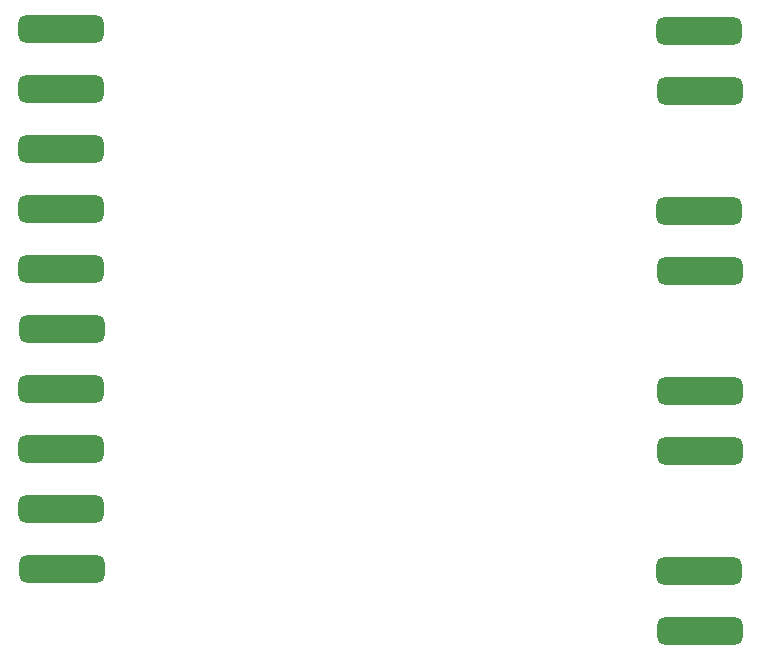
<source format=gbr>
%TF.GenerationSoftware,KiCad,Pcbnew,7.0.10*%
%TF.CreationDate,2024-08-04T06:11:57-04:00*%
%TF.ProjectId,12.X.2 - PLC Connector Combined,31322e58-2e32-4202-9d20-504c4320436f,rev?*%
%TF.SameCoordinates,Original*%
%TF.FileFunction,Paste,Bot*%
%TF.FilePolarity,Positive*%
%FSLAX46Y46*%
G04 Gerber Fmt 4.6, Leading zero omitted, Abs format (unit mm)*
G04 Created by KiCad (PCBNEW 7.0.10) date 2024-08-04 06:11:57*
%MOMM*%
%LPD*%
G01*
G04 APERTURE LIST*
G04 Aperture macros list*
%AMRoundRect*
0 Rectangle with rounded corners*
0 $1 Rounding radius*
0 $2 $3 $4 $5 $6 $7 $8 $9 X,Y pos of 4 corners*
0 Add a 4 corners polygon primitive as box body*
4,1,4,$2,$3,$4,$5,$6,$7,$8,$9,$2,$3,0*
0 Add four circle primitives for the rounded corners*
1,1,$1+$1,$2,$3*
1,1,$1+$1,$4,$5*
1,1,$1+$1,$6,$7*
1,1,$1+$1,$8,$9*
0 Add four rect primitives between the rounded corners*
20,1,$1+$1,$2,$3,$4,$5,0*
20,1,$1+$1,$4,$5,$6,$7,0*
20,1,$1+$1,$6,$7,$8,$9,0*
20,1,$1+$1,$8,$9,$2,$3,0*%
G04 Aperture macros list end*
%ADD10RoundRect,0.572500X3.045750X0.572500X-3.045750X0.572500X-3.045750X-0.572500X3.045750X-0.572500X0*%
G04 APERTURE END LIST*
D10*
%TO.C,J302*%
X128318250Y-123125000D03*
%TD*%
%TO.C,J314*%
X128328250Y-107885000D03*
%TD*%
%TO.C,J212*%
X74258250Y-112817224D03*
%TD*%
%TO.C,J216*%
X74268250Y-92497224D03*
%TD*%
%TO.C,J213*%
X74268250Y-107737224D03*
%TD*%
%TO.C,J217*%
X74268250Y-87407224D03*
%TD*%
%TO.C,J306*%
X128328250Y-92645000D03*
%TD*%
%TO.C,J219*%
X74238250Y-77247224D03*
%TD*%
%TO.C,J313*%
X128318250Y-102815000D03*
%TD*%
%TO.C,J211*%
X74340000Y-117907224D03*
%TD*%
%TO.C,J301*%
X128308250Y-118035000D03*
%TD*%
%TO.C,J214*%
X74258250Y-102667224D03*
%TD*%
%TO.C,J303*%
X128288250Y-72325000D03*
%TD*%
%TO.C,J304*%
X128311750Y-77405000D03*
%TD*%
%TO.C,J215*%
X74320000Y-97580000D03*
%TD*%
%TO.C,J218*%
X74258250Y-82347224D03*
%TD*%
%TO.C,J305*%
X128308250Y-87565000D03*
%TD*%
%TO.C,J220*%
X74238250Y-72187224D03*
%TD*%
M02*

</source>
